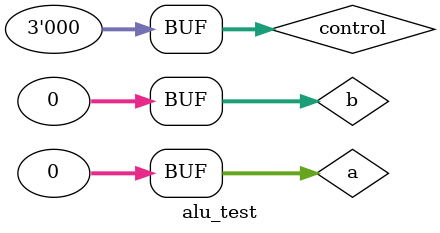
<source format=v>
`timescale 1ns / 1ps


module alu_test;

	// Inputs
	reg [31:0] a;
	reg [31:0] b;
	reg [2:0] control;

	// Outputs
	wire [31:0] result;
	wire zero;

	// Instantiate the Unit Under Test (UUT)
	alu uut (
		.a(a), 
		.b(b), 
		.control(control), 
		.result(result), 
		.zero(zero)
	);

	initial begin
		// Initialize Inputs
		a = 0;
		b = 0;
		control = 0;

		// Wait 100 ns for global reset to finish
		#100;
        
		// Add stimulus here

	end
      
endmodule

</source>
